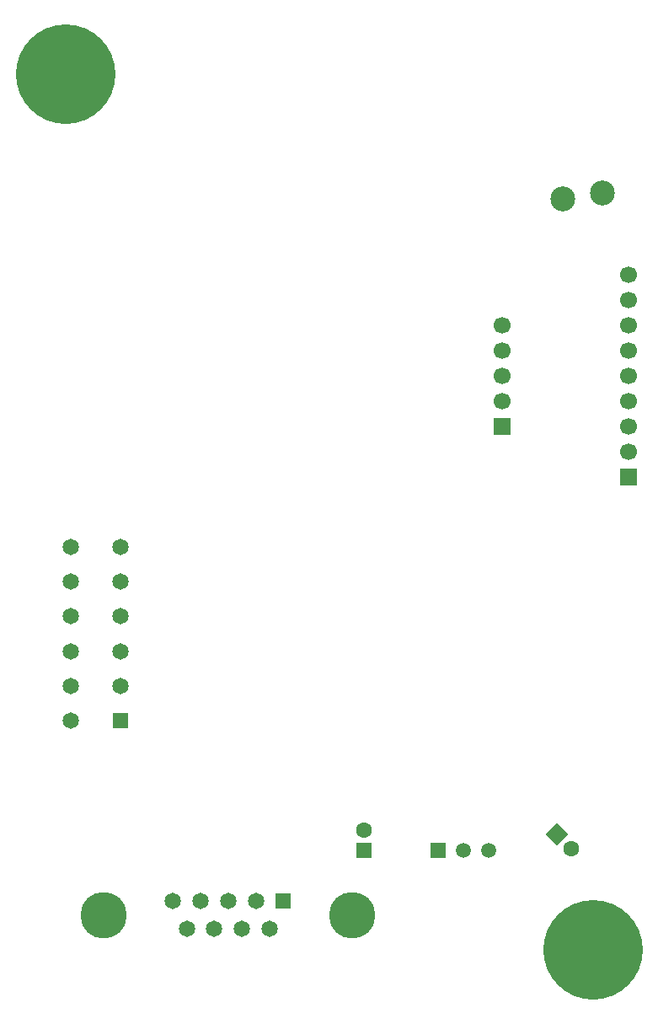
<source format=gbr>
%TF.GenerationSoftware,KiCad,Pcbnew,9.0.1*%
%TF.CreationDate,2025-06-17T15:21:47+02:00*%
%TF.ProjectId,open_g,6f70656e-5f67-42e6-9b69-6361645f7063,rev?*%
%TF.SameCoordinates,Original*%
%TF.FileFunction,Soldermask,Bot*%
%TF.FilePolarity,Negative*%
%FSLAX46Y46*%
G04 Gerber Fmt 4.6, Leading zero omitted, Abs format (unit mm)*
G04 Created by KiCad (PCBNEW 9.0.1) date 2025-06-17 15:21:47*
%MOMM*%
%LPD*%
G01*
G04 APERTURE LIST*
G04 Aperture macros list*
%AMRotRect*
0 Rectangle, with rotation*
0 The origin of the aperture is its center*
0 $1 length*
0 $2 width*
0 $3 Rotation angle, in degrees counterclockwise*
0 Add horizontal line*
21,1,$1,$2,0,0,$3*%
G04 Aperture macros list end*
%ADD10C,0.900000*%
%ADD11C,10.000000*%
%ADD12C,4.650000*%
%ADD13C,1.650000*%
%ADD14R,1.650000X1.650000*%
%ADD15C,2.500000*%
%ADD16R,1.500000X1.500000*%
%ADD17C,1.500000*%
%ADD18R,1.600000X1.600000*%
%ADD19C,1.600000*%
%ADD20RotRect,1.600000X1.600000X315.000000*%
%ADD21R,1.700000X1.700000*%
%ADD22C,1.700000*%
G04 APERTURE END LIST*
D10*
%TO.C,H1*%
X162750000Y-144000000D03*
X161651650Y-146651650D03*
X161651650Y-141348350D03*
X159000000Y-147750000D03*
D11*
X159000000Y-144000000D03*
D10*
X159000000Y-140250000D03*
X156348350Y-146651650D03*
X156348350Y-141348350D03*
X155250000Y-144000000D03*
%TD*%
%TO.C,H2*%
X109750000Y-56000000D03*
X108651650Y-58651650D03*
X108651650Y-53348350D03*
X106000000Y-59750000D03*
D11*
X106000000Y-56000000D03*
D10*
X106000000Y-52250000D03*
X103348350Y-58651650D03*
X103348350Y-53348350D03*
X102250000Y-56000000D03*
%TD*%
D12*
%TO.C,J1*%
X109860000Y-140500000D03*
X134850000Y-140500000D03*
D13*
X118200000Y-141920000D03*
X120970000Y-141920000D03*
X123740000Y-141920000D03*
X126510000Y-141920000D03*
X116815000Y-139080000D03*
X119585000Y-139080000D03*
X122355000Y-139080000D03*
X125125000Y-139080000D03*
D14*
X127895000Y-139080000D03*
%TD*%
D15*
%TO.C,TP7*%
X156000000Y-68600000D03*
%TD*%
%TO.C,TP6*%
X160000000Y-68000000D03*
%TD*%
D16*
%TO.C,PS1*%
X143460000Y-134000000D03*
D17*
X146000000Y-134000000D03*
X148540000Y-134000000D03*
%TD*%
D18*
%TO.C,C2*%
X136000000Y-134000000D03*
D19*
X136000000Y-132000000D03*
%TD*%
D20*
%TO.C,C3*%
X155385786Y-132385786D03*
D19*
X156800000Y-133800000D03*
%TD*%
D21*
%TO.C,J3*%
X162560000Y-96520000D03*
D22*
X162560000Y-93980000D03*
X162560000Y-91440001D03*
X162560000Y-88900000D03*
X162560000Y-86360000D03*
X162560000Y-83820000D03*
X162560000Y-81280000D03*
X162560000Y-78739999D03*
X162560000Y-76200000D03*
%TD*%
D21*
%TO.C,J4*%
X149860000Y-91440000D03*
D22*
X149860000Y-88900000D03*
X149860000Y-86360000D03*
X149860000Y-83820000D03*
X149860000Y-81280000D03*
%TD*%
D14*
%TO.C,J5*%
X111500000Y-121000000D03*
D13*
X106500000Y-121000000D03*
X111500000Y-117500000D03*
X106500000Y-117500000D03*
X111500000Y-114000000D03*
X106500000Y-114000000D03*
X111500000Y-110500000D03*
X106500000Y-110500000D03*
X111500000Y-107000000D03*
X106500000Y-107000000D03*
X111500000Y-103500000D03*
X106500000Y-103500000D03*
%TD*%
M02*

</source>
